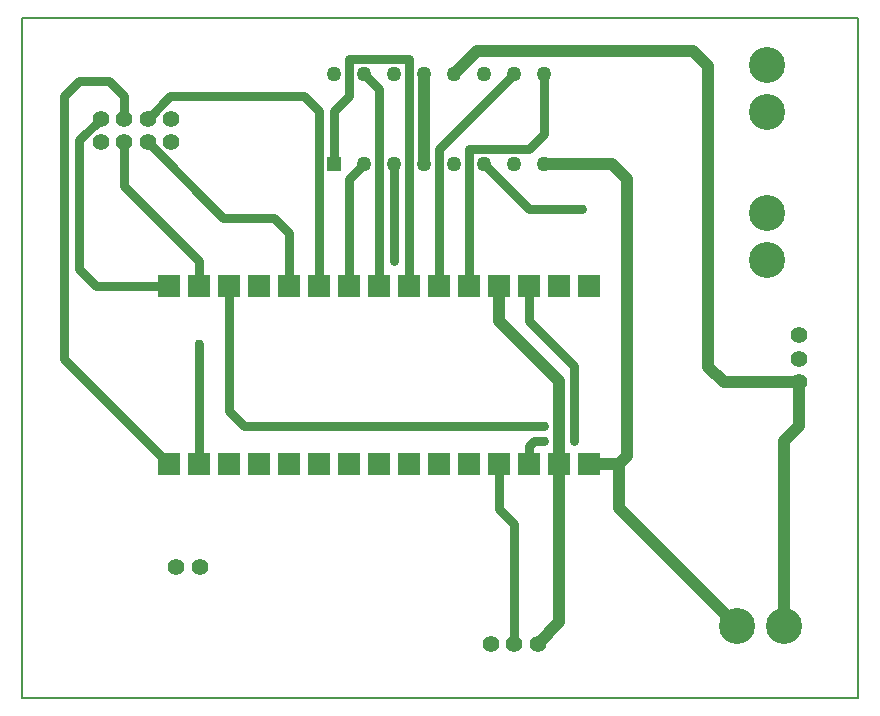
<source format=gbr>
G04 PROTEUS GERBER X2 FILE*
%TF.GenerationSoftware,Labcenter,Proteus,8.9-SP2-Build28501*%
%TF.CreationDate,2020-07-14T17:10:42+00:00*%
%TF.FileFunction,Copper,L2,Bot*%
%TF.FilePolarity,Positive*%
%TF.Part,Single*%
%TF.SameCoordinates,{7d90a529-71f2-4dae-951e-d5efde4002f7}*%
%FSLAX45Y45*%
%MOMM*%
G01*
%TA.AperFunction,Conductor*%
%ADD10C,0.762000*%
%ADD11C,1.016000*%
%TA.AperFunction,ViaPad*%
%ADD12C,0.762000*%
%TA.AperFunction,ComponentPad*%
%ADD13R,1.905000X1.905000*%
%TA.AperFunction,ComponentPad*%
%ADD14R,1.270000X1.270000*%
%ADD15C,1.270000*%
%TA.AperFunction,WasherPad*%
%ADD16C,1.397000*%
%TA.AperFunction,ComponentPad*%
%ADD17C,3.048000*%
%TA.AperFunction,Profile*%
%ADD18C,0.203200*%
%TD.AperFunction*%
D10*
X-4191000Y+3048000D02*
X-4191000Y+3238500D01*
X-4318000Y+3365500D01*
X-4572000Y+3365500D01*
X-4699000Y+3238500D01*
X-4699000Y+1016000D01*
X-3810000Y+127000D01*
X-3556000Y+1143000D02*
X-3556000Y+127000D01*
X-1016000Y+127000D02*
X-1016000Y-254000D01*
X-889000Y-381000D01*
X-889000Y-1397000D01*
X-381000Y+317500D02*
X-381000Y+952500D01*
X-762000Y+1333500D01*
X-762000Y+1631200D01*
X-762000Y+127000D02*
X-762000Y+279400D01*
X-723900Y+317500D01*
X-635000Y+317500D01*
X-4391000Y+3048000D02*
X-4572000Y+2867000D01*
X-4572000Y+1778000D01*
X-4425200Y+1631200D01*
X-3810000Y+1631200D01*
X-4191000Y+2848000D02*
X-4191000Y+2476500D01*
X-3556000Y+1841500D01*
X-3556000Y+1631200D01*
X-635000Y+444500D02*
X-3175000Y+444500D01*
X-3302000Y+571500D01*
X-3302000Y+1631200D01*
X-3991000Y+2848000D02*
X-3352421Y+2209421D01*
X-2921000Y+2209421D01*
X-2794000Y+2082421D01*
X-2794000Y+1631200D01*
X-3991000Y+3048000D02*
X-3800500Y+3238500D01*
X-2667000Y+3238500D01*
X-2540000Y+3111500D01*
X-2540000Y+1631200D01*
X-2159000Y+2667000D02*
X-2286000Y+2540000D01*
X-2286000Y+1631200D01*
X-2159000Y+3429000D02*
X-2032000Y+3302000D01*
X-2032000Y+1631200D01*
X-2413000Y+2667000D02*
X-2413000Y+3111500D01*
X-2286000Y+3238500D01*
X-2286000Y+3556000D01*
X-1778000Y+3556000D01*
X-1778000Y+1631200D01*
X-889000Y+3429000D02*
X-1524000Y+2794000D01*
X-1524000Y+1631200D01*
X-635000Y+3429000D02*
X-635000Y+2921000D01*
X-762000Y+2794000D01*
X-1270000Y+2794000D01*
X-1270000Y+1631200D01*
X-1905000Y+1841500D02*
X-1905000Y+2667000D01*
X-317500Y+2286000D02*
X-762000Y+2286000D01*
X-1143000Y+2667000D01*
D11*
X-1397000Y+3429000D02*
X-1206500Y+3619500D01*
X+628072Y+3619500D01*
X+755072Y+3492500D01*
X+755072Y+949928D01*
X+889000Y+816000D01*
X+1524000Y+816000D01*
X-508000Y+127000D02*
X-508000Y+825500D01*
X-1016000Y+1333500D01*
X-1016000Y+1631200D01*
X-508000Y+127000D02*
X-508000Y-1216000D01*
X-689000Y-1397000D01*
X+1524000Y+816000D02*
X+1524000Y+444500D01*
X+1396240Y+316740D01*
X+1396240Y-1250000D01*
X-1651000Y+2667000D02*
X-1651000Y+3429000D01*
X+0Y+127000D02*
X+0Y-250000D01*
X+1000000Y-1250000D01*
X+0Y+127000D02*
X+63500Y+190500D01*
X+63500Y+2540000D01*
X-63500Y+2667000D01*
X-635000Y+2667000D01*
X+0Y+127000D02*
X-254000Y+127000D01*
D12*
X-3556000Y+1143000D03*
X-381000Y+317500D03*
X-635000Y+317500D03*
X-635000Y+444500D03*
X-1905000Y+1841500D03*
X-317500Y+2286000D03*
D13*
X-3556000Y+127000D03*
X-1016000Y+127000D03*
X-3048000Y+127000D03*
X-2794000Y+127000D03*
X-2540000Y+127000D03*
X-2286000Y+127000D03*
X-2032000Y+127000D03*
X-1778000Y+127000D03*
X-1524000Y+127000D03*
X-1270000Y+127000D03*
X-3302000Y+127000D03*
X-1270000Y+1631200D03*
X-1524000Y+1631200D03*
X-1778000Y+1631200D03*
X-2032000Y+1631200D03*
X-2286000Y+1631200D03*
X-2540000Y+1631200D03*
X-2794000Y+1631200D03*
X-3048000Y+1631200D03*
X-3302000Y+1631200D03*
X-3556000Y+1631200D03*
X-3810000Y+1631200D03*
X-3810000Y+127000D03*
X-508000Y+127000D03*
X-1016000Y+1631200D03*
X-762000Y+127000D03*
X-762000Y+1631200D03*
X-508000Y+1631200D03*
X-254000Y+1631200D03*
X-254000Y+127000D03*
D14*
X-2413000Y+2667000D03*
D15*
X-2159000Y+2667000D03*
X-1905000Y+2667000D03*
X-1651000Y+2667000D03*
X-1397000Y+2667000D03*
X-1143000Y+2667000D03*
X-889000Y+2667000D03*
X-635000Y+2667000D03*
X-635000Y+3429000D03*
X-889000Y+3429000D03*
X-1143000Y+3429000D03*
X-1397000Y+3429000D03*
X-1651000Y+3429000D03*
X-1905000Y+3429000D03*
X-2159000Y+3429000D03*
X-2413000Y+3429000D03*
D16*
X-3791000Y+3048000D03*
X-3791000Y+2848000D03*
X-3991000Y+3048000D03*
X-3991000Y+2848000D03*
X-4191000Y+3048000D03*
X-4191000Y+2848000D03*
X-4391000Y+3048000D03*
X-4391000Y+2848000D03*
X-1089000Y-1397000D03*
X-889000Y-1397000D03*
X-689000Y-1397000D03*
X+1524000Y+1216000D03*
X+1524000Y+1016000D03*
X+1524000Y+816000D03*
X-3750000Y-750000D03*
X-3550000Y-750000D03*
D17*
X+1000000Y-1250000D03*
X+1396240Y-1250000D03*
X+1250000Y+3500000D03*
X+1250000Y+3103760D03*
X+1250000Y+2250000D03*
X+1250000Y+1853760D03*
D18*
X-5054600Y-1854200D02*
X+2019300Y-1854200D01*
X+2019300Y+3898900D01*
X-5054600Y+3898900D01*
X-5054600Y-1854200D01*
M02*

</source>
